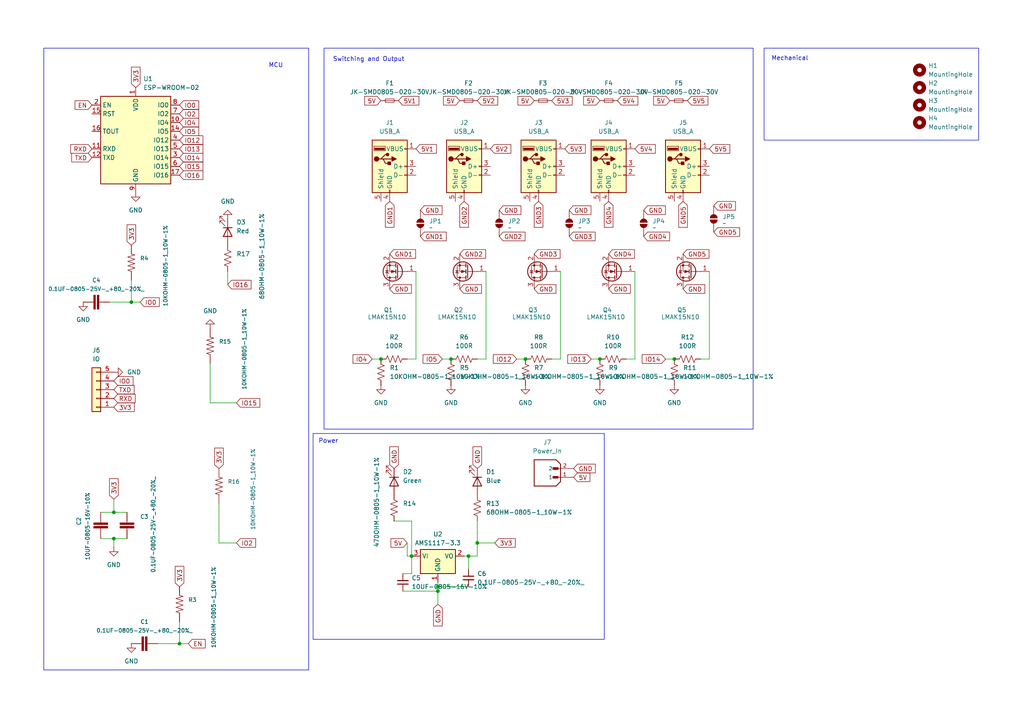
<source format=kicad_sch>
(kicad_sch (version 20231120) (generator "eeschema") (generator_version "8.0")
  (paper "A4")
  (title_block (title "USBPowerBlock") (rev "1.0") (company "monty124") (comment 1 "ESP-WROOM-02 Version"))
  (lib_symbols
    (symbol "B2B-XH-A:B2B-XH-A" (pin_names (offset 1.016))
      (property "Reference" "J" (at -2.54 6.35 0))
      (property "Value" "B2B-XH-A" (at -2.54 -5.08 0))
      (symbol "B2B-XH-A_0_0"
        (pin passive line (at -7.62 2.54 0) (length 5.08) (name "1") (number "1"))
        (pin passive line (at -7.62 0 0) (length 5.08) (name "2") (number "2"))
      )
    )
    (symbol "Connector:USB_A" (pin_names (offset 1.016))
      (property "Reference" "J" (at -5.08 11.43 0))
      (property "Value" "USB_A" (at -5.08 8.89 0))
      (symbol "USB_A_1_1"
        (pin power_in line (at 7.62 5.08 180) (length 2.54) (name "VBUS") (number "1"))
        (pin bidirectional line (at 7.62 -2.54 180) (length 2.54) (name "D-") (number "2"))
        (pin bidirectional line (at 7.62 0 180) (length 2.54) (name "D+") (number "3"))
        (pin power_in line (at 0 -10.16 90) (length 2.54) (name "GND") (number "4"))
        (pin passive line (at -2.54 -10.16 90) (length 2.54) (name "Shield") (number "5"))
      )
    )
    (symbol "Connector_Generic:Conn_01x05" (pin_names (offset 1.016) hide)
      (property "Reference" "J" (at 0 7.62 0))
      (property "Value" "Conn_01x05" (at 0 -7.62 0))
      (symbol "Conn_01x05_1_1"
        (pin passive line (at -5.08 5.08 0) (length 3.81) (name "Pin_1") (number "1"))
        (pin passive line (at -5.08 2.54 0) (length 3.81) (name "Pin_2") (number "2"))
        (pin passive line (at -5.08 0 0) (length 3.81) (name "Pin_3") (number "3"))
        (pin passive line (at -5.08 -2.54 0) (length 3.81) (name "Pin_4") (number "4"))
        (pin passive line (at -5.08 -5.08 0) (length 3.81) (name "Pin_5") (number "5"))
      )
    )
    (symbol "Device:C_Small" (pin_numbers hide) (pin_names (offset 0.254) hide)
      (property "Reference" "C" (at 0.254 1.778 0))
      (property "Value" "C_Small" (at 0.254 -2.032 0))
      (symbol "C_Small_1_1"
        (pin passive line (at 0 2.54 270) (length 2.032) (name "~") (number "1"))
        (pin passive line (at 0 -2.54 90) (length 2.032) (name "~") (number "2"))
      )
    )
    (symbol "Device:Fuse_Small" (pin_numbers hide) (pin_names (offset 0.254) hide)
      (property "Reference" "F" (at 0 -1.524 0))
      (property "Value" "Fuse_Small" (at 0 1.524 0))
      (symbol "Fuse_Small_1_1"
        (pin passive line (at -2.54 0 0) (length 1.27) (name "~") (number "1"))
        (pin passive line (at 2.54 0 180) (length 1.27) (name "~") (number "2"))
      )
    )
    (symbol "Mechanical:MountingHole" (pin_names (offset 1.016)) (exclude_from_sim yes) (in_bom no)
      (property "Reference" "H" (at 0 5.08 0))
      (property "Value" "MountingHole" (at 0 3.175 0))
    )
    (symbol "RF_Module:ESP-WROOM-02"
      (property "Reference" "U" (at -7.62 13.97 0))
      (property "Value" "ESP-WROOM-02" (at 10.16 13.97 0))
      (symbol "ESP-WROOM-02_1_1"
        (pin power_in line (at 0 15.24 270) (length 2.54) (name "VDD") (number "1"))
        (pin bidirectional line (at 12.7 5.08 180) (length 2.54) (name "IO4") (number "10"))
        (pin bidirectional line (at -12.7 -2.54 0) (length 2.54) (name "RXD") (number "11"))
        (pin bidirectional line (at -12.7 -5.08 0) (length 2.54) (name "TXD") (number "12"))
        (pin passive line (at 0 -15.24 90) (length 2.54) hide (name "GND") (number "13"))
        (pin bidirectional line (at 12.7 2.54 180) (length 2.54) (name "IO5") (number "14"))
        (pin input line (at -12.7 7.62 0) (length 2.54) (name "RST") (number "15"))
        (pin input line (at -12.7 2.54 0) (length 2.54) (name "TOUT") (number "16"))
        (pin bidirectional line (at 12.7 -10.16 180) (length 2.54) (name "IO16") (number "17"))
        (pin passive line (at 0 -15.24 90) (length 2.54) hide (name "GND") (number "18"))
        (pin passive line (at 0 -15.24 90) (length 2.54) hide (name "GND") (number "19"))
        (pin input line (at -12.7 10.16 0) (length 2.54) (name "EN") (number "2"))
        (pin bidirectional line (at 12.7 -5.08 180) (length 2.54) (name "IO14") (number "3"))
        (pin bidirectional line (at 12.7 0 180) (length 2.54) (name "IO12") (number "4"))
        (pin bidirectional line (at 12.7 -2.54 180) (length 2.54) (name "IO13") (number "5"))
        (pin bidirectional line (at 12.7 -7.62 180) (length 2.54) (name "IO15") (number "6"))
        (pin bidirectional line (at 12.7 7.62 180) (length 2.54) (name "IO2") (number "7"))
        (pin bidirectional line (at 12.7 10.16 180) (length 2.54) (name "IO0") (number "8"))
        (pin power_in line (at 0 -15.24 90) (length 2.54) (name "GND") (number "9"))
      )
    )
    (symbol "Regulator_Linear:AMS1117-3.3"
      (property "Reference" "U" (at -3.81 3.175 0))
      (property "Value" "AMS1117-3.3" (at 0 3.175 0))
      (symbol "AMS1117-3.3_1_1"
        (pin power_in line (at 0 -7.62 90) (length 2.54) (name "GND") (number "1"))
        (pin power_out line (at 7.62 0 180) (length 2.54) (name "VO") (number "2"))
        (pin power_in line (at -7.62 0 0) (length 2.54) (name "VI") (number "3"))
      )
    )
    (symbol "SparkFun-Capacitors:0.1UF-0603-25V-_+80_-20%_" (pin_numbers hide) (pin_names (offset 1.016) hide)
      (property "Reference" "C" (at 1.524 2.921 0))
      (property "Value" "0.1UF-0603-25V-_+80_-20%_" (at 1.524 -2.159 0))
      (property "Field4" "CAP-00810" (at 0 7.62 0))
      (symbol "0.1UF-0603-25V-_+80_-20%__1_1"
        (pin passive line (at 0 5.08 270) (length 2.54) (name "1") (number "1"))
        (pin passive line (at 0 -2.54 90) (length 2.54) (name "2") (number "2"))
      )
    )
    (symbol "SparkFun-Capacitors:1.0UF-0603-16V-10%" (pin_numbers hide) (pin_names (offset 1.016) hide)
      (property "Reference" "C" (at 1.524 2.921 0))
      (property "Value" "1.0UF-0603-16V-10%" (at 1.524 -2.159 0))
      (property "Field4" "CAP-00868" (at 0 7.62 0))
      (symbol "1.0UF-0603-16V-10%_1_1"
        (pin passive line (at 0 5.08 270) (length 2.54) (name "1") (number "1"))
        (pin passive line (at 0 -2.54 90) (length 2.54) (name "2") (number "2"))
      )
    )
    (symbol "SparkFun-Jumper:SolderJumper_2_Open" (pin_numbers hide) (pin_names (offset 0) hide)
      (property "Reference" "JP" (at 0 2.032 0))
      (property "Value" "~" (at 0 -2.54 0))
      (symbol "SolderJumper_2_Open_1_1"
        (pin passive line (at -3.81 0 0) (length 2.54) (name "A") (number "1"))
        (pin passive line (at 3.81 0 180) (length 2.54) (name "B") (number "2"))
      )
    )
    (symbol "SparkFun-LED:LED_Blue_0603" (pin_numbers hide) (pin_names (offset 1.016) hide)
      (property "Reference" "D" (at 0 2.54 0))
      (property "Value" "Blue" (at 0 -2.54 0))
      (symbol "LED_Blue_0603_1_1"
        (pin passive line (at -3.81 0 0) (length 2.54) (name "K") (number "1"))
        (pin passive line (at 3.81 0 180) (length 2.54) (name "A") (number "2"))
      )
    )
    (symbol "SparkFun-LED:LED_Green_0603" (pin_numbers hide) (pin_names (offset 1.016) hide)
      (property "Reference" "D" (at 0 2.54 0))
      (property "Value" "Green" (at 0 -2.54 0))
      (symbol "LED_Green_0603_1_1"
        (pin passive line (at -3.81 0 0) (length 2.54) (name "K") (number "1"))
        (pin passive line (at 3.81 0 180) (length 2.54) (name "A") (number "2"))
      )
    )
    (symbol "SparkFun-LED:LED_Red_0603" (pin_numbers hide) (pin_names (offset 1.016) hide)
      (property "Reference" "D" (at 0 2.54 0))
      (property "Value" "Red" (at 0 -2.54 0))
      (symbol "LED_Red_0603_1_1"
        (pin passive line (at -3.81 0 0) (length 2.54) (name "K") (number "1"))
        (pin passive line (at 3.81 0 180) (length 2.54) (name "A") (number "2"))
      )
    )
    (symbol "SparkFun-Resistor:1k_0603" (pin_numbers hide) (pin_names (offset 0))
      (property "Reference" "R" (at 2.54 0 90))
      (property "Value" "1k" (at -2.54 0 90))
      (symbol "1k_0603_1_1"
        (pin passive line (at 0 3.81 270) (length 1.27) (name "~") (number "1"))
        (pin passive line (at 0 -3.81 90) (length 1.27) (name "~") (number "2"))
      )
    )
    (symbol "SparkFun-Resistors:200KOHM-0603-1_10W-1%" (pin_numbers hide) (pin_names (offset 1.016) hide)
      (property "Reference" "R" (at -5.08 1.27 0))
      (property "Value" "200KOHM-0603-1_10W-1%" (at -5.08 -3.81 0))
      (property "Field4" "RES-09385" (at 0 5.08 0))
      (symbol "200KOHM-0603-1_10W-1%_1_1"
        (pin passive line (at -5.08 0 0) (length 2.54) (name "1") (number "1"))
        (pin passive line (at 5.08 0 180) (length 2.54) (name "2") (number "2"))
      )
    )
    (symbol "Transistor_FET:IPT015N10N5" (pin_names hide)
      (property "Reference" "Q" (at 5.08 1.905 0))
      (property "Value" "IPT015N10N5" (at 5.08 0 0))
      (symbol "IPT015N10N5_1_1"
        (pin input line (at -5.08 0 0) (length 2.54) (name "G") (number "1"))
        (pin passive line (at 2.54 -5.08 90) (length 2.54) (name "S") (number "2"))
        (pin passive line (at 2.54 5.08 270) (length 2.54) (name "D") (number "3"))
      )
    )
    (symbol "power:GND" (power) (pin_numbers hide) (pin_names (offset 0) hide)
      (property "Value" "GND" (at 0 -3.81 0))
      (symbol "GND_1_1"
        (pin power_in line (at 0 0 270) (length 0) (name "~") (number "1"))
      )
    )
  )
  (junction (at 138.43 157.48))
  (junction (at 127 171.45))
  (junction (at 110.49 104.14))
  (junction (at 33.02 148.59))
  (junction (at 38.1 87.63))
  (junction (at 127 170.18))
  (junction (at 130.81 104.14))
  (junction (at 119.38 161.29))
  (junction (at 52.07 186.69))
  (junction (at 173.99 104.14))
  (junction (at 135.89 161.29))
  (junction (at 195.58 104.14))
  (junction (at 152.4 104.14))
  (junction (at 33.02 156.21))
  (wire (pts (xy 171.45 104.14) (xy 173.99 104.14)))
  (wire (pts (xy 127 170.18) (xy 127 171.45)))
  (wire (pts (xy 134.62 161.29) (xy 135.89 161.29)))
  (wire (pts (xy 66.04 78.74) (xy 66.04 82.55)))
  (wire (pts (xy 33.02 156.21) (xy 36.83 156.21)))
  (wire (pts (xy 127 170.18) (xy 135.89 170.18)))
  (wire (pts (xy 33.02 148.59) (xy 36.83 148.59)))
  (wire (pts (xy 205.74 78.74) (xy 205.74 104.14)))
  (wire (pts (xy 63.5 157.48) (xy 68.58 157.48)))
  (wire (pts (xy 162.56 104.14) (xy 160.02 104.14)))
  (wire (pts (xy 33.02 144.78) (xy 33.02 148.59)))
  (wire (pts (xy 118.11 161.29) (xy 119.38 161.29)))
  (wire (pts (xy 119.38 166.37) (xy 119.38 161.29)))
  (wire (pts (xy 31.75 87.63) (xy 38.1 87.63)))
  (wire (pts (xy 138.43 151.13) (xy 138.43 157.48)))
  (wire (pts (xy 52.07 180.34) (xy 52.07 186.69)))
  (wire (pts (xy 116.84 166.37) (xy 119.38 166.37)))
  (wire (pts (xy 193.04 104.14) (xy 195.58 104.14)))
  (wire (pts (xy 60.96 116.84) (xy 68.58 116.84)))
  (wire (pts (xy 107.95 104.14) (xy 110.49 104.14)))
  (wire (pts (xy 205.74 104.14) (xy 203.2 104.14)))
  (wire (pts (xy 138.43 157.48) (xy 138.43 161.29)))
  (wire (pts (xy 127 168.91) (xy 127 170.18)))
  (wire (pts (xy 38.1 81.28) (xy 38.1 87.63)))
  (wire (pts (xy 118.11 157.48) (xy 118.11 161.29)))
  (wire (pts (xy 116.84 171.45) (xy 127 171.45)))
  (wire (pts (xy 143.51 157.48) (xy 138.43 157.48)))
  (wire (pts (xy 127 171.45) (xy 127 175.26)))
  (wire (pts (xy 45.72 186.69) (xy 52.07 186.69)))
  (wire (pts (xy 140.97 78.74) (xy 140.97 104.14)))
  (wire (pts (xy 128.27 104.14) (xy 130.81 104.14)))
  (wire (pts (xy 33.02 156.21) (xy 33.02 158.75)))
  (wire (pts (xy 29.21 148.59) (xy 33.02 148.59)))
  (wire (pts (xy 63.5 146.05) (xy 63.5 157.48)))
  (wire (pts (xy 149.86 104.14) (xy 152.4 104.14)))
  (wire (pts (xy 184.15 78.74) (xy 184.15 104.14)))
  (wire (pts (xy 52.07 186.69) (xy 54.61 186.69)))
  (wire (pts (xy 120.65 104.14) (xy 118.11 104.14)))
  (wire (pts (xy 38.1 87.63) (xy 40.64 87.63)))
  (wire (pts (xy 135.89 161.29) (xy 135.89 165.1)))
  (wire (pts (xy 29.21 156.21) (xy 33.02 156.21)))
  (wire (pts (xy 120.65 78.74) (xy 120.65 104.14)))
  (wire (pts (xy 184.15 104.14) (xy 181.61 104.14)))
  (wire (pts (xy 60.96 105.41) (xy 60.96 116.84)))
  (wire (pts (xy 162.56 78.74) (xy 162.56 104.14)))
  (wire (pts (xy 140.97 104.14) (xy 138.43 104.14)))
  (wire (pts (xy 135.89 161.29) (xy 138.43 161.29)))
  (wire (pts (xy 119.38 161.29) (xy 120.65 161.29)))
  (wire (pts (xy 119.38 151.13) (xy 119.38 161.29)))
  (wire (pts (xy 114.3 151.13) (xy 119.38 151.13)))
  (rectangle (start 12.7 13.97) (end 89.535 194.31))
  (rectangle (start 93.98 13.97) (end 218.44 124.46))
  (rectangle (start 90.805 125.73) (end 175.26 185.42))
  (rectangle (start 221.615 13.97) (end 283.845 40.64))
  (text "Mechanical" (at 229.108 17.018 0) (effects (font (size 1.27 1.27))))
  (text "Power" (at 95.25 128.016 0) (effects (font (size 1.27 1.27))))
  (text "MCU" (at 80.01 19.05 0) (effects (font (size 1.27 1.27))))
  (text "Switching and Output" (at 106.934 17.272 0) (effects (font (size 1.27 1.27))))
  (global_label "GND" (shape input) (at 165.1 60.96 0) (property "Intersheetrefs" "${INTERSHEET_REFS}" (effects (hide yes))))
  (global_label "5V3" (shape input) (at 160.02 29.21 0) (property "Intersheetrefs" "${INTERSHEET_REFS}" (effects (hide yes))))
  (global_label "EN" (shape input) (at 26.67 30.48 180) (property "Intersheetrefs" "${INTERSHEET_REFS}" (effects (hide yes))))
  (global_label "GND4" (shape input) (at 176.53 58.42 270) (property "Intersheetrefs" "${INTERSHEET_REFS}" (effects (hide yes))))
  (global_label "3V3" (shape input) (at 143.51 157.48 0) (property "Intersheetrefs" "${INTERSHEET_REFS}" (effects (hide yes))))
  (global_label "IO13" (shape input) (at 52.07 43.18 0) (property "Intersheetrefs" "${INTERSHEET_REFS}" (effects (hide yes))))
  (global_label "5V" (shape input) (at 110.49 29.21 180) (property "Intersheetrefs" "${INTERSHEET_REFS}" (effects (hide yes))))
  (global_label "GND4" (shape input) (at 176.53 73.66 0) (property "Intersheetrefs" "${INTERSHEET_REFS}" (effects (hide yes))))
  (global_label "5V1" (shape input) (at 115.57 29.21 0) (property "Intersheetrefs" "${INTERSHEET_REFS}" (effects (hide yes))))
  (global_label "3V3" (shape input) (at 33.02 144.78 90) (property "Intersheetrefs" "${INTERSHEET_REFS}" (effects (hide yes))))
  (global_label "5V" (shape input) (at 133.35 29.21 180) (property "Intersheetrefs" "${INTERSHEET_REFS}" (effects (hide yes))))
  (global_label "5V2" (shape input) (at 138.43 29.21 0) (property "Intersheetrefs" "${INTERSHEET_REFS}" (effects (hide yes))))
  (global_label "GND5" (shape input) (at 207.01 67.31 0) (property "Intersheetrefs" "${INTERSHEET_REFS}" (effects (hide yes))))
  (global_label "5V4" (shape input) (at 184.15 43.18 0) (property "Intersheetrefs" "${INTERSHEET_REFS}" (effects (hide yes))))
  (global_label "GND" (shape input) (at 133.35 83.82 0) (property "Intersheetrefs" "${INTERSHEET_REFS}" (effects (hide yes))))
  (global_label "IO16" (shape input) (at 52.07 50.8 0) (property "Intersheetrefs" "${INTERSHEET_REFS}" (effects (hide yes))))
  (global_label "GND1" (shape input) (at 113.03 58.42 270) (property "Intersheetrefs" "${INTERSHEET_REFS}" (effects (hide yes))))
  (global_label "GND" (shape input) (at 113.03 83.82 0) (property "Intersheetrefs" "${INTERSHEET_REFS}" (effects (hide yes))))
  (global_label "5V" (shape input) (at 154.94 29.21 180) (property "Intersheetrefs" "${INTERSHEET_REFS}" (effects (hide yes))))
  (global_label "IO16" (shape input) (at 66.04 82.55 0) (property "Intersheetrefs" "${INTERSHEET_REFS}" (effects (hide yes))))
  (global_label "3V3" (shape input) (at 39.37 25.4 90) (property "Intersheetrefs" "${INTERSHEET_REFS}" (effects (hide yes))))
  (global_label "GND" (shape input) (at 176.53 83.82 0) (property "Intersheetrefs" "${INTERSHEET_REFS}" (effects (hide yes))))
  (global_label "IO2" (shape input) (at 52.07 33.02 0) (property "Intersheetrefs" "${INTERSHEET_REFS}" (effects (hide yes))))
  (global_label "IO12" (shape input) (at 52.07 40.64 0) (property "Intersheetrefs" "${INTERSHEET_REFS}" (effects (hide yes))))
  (global_label "GND" (shape input) (at 207.01 59.69 0) (property "Intersheetrefs" "${INTERSHEET_REFS}" (effects (hide yes))))
  (global_label "IO5" (shape input) (at 128.27 104.14 180) (property "Intersheetrefs" "${INTERSHEET_REFS}" (effects (hide yes))))
  (global_label "3V3" (shape input) (at 52.07 170.18 90) (property "Intersheetrefs" "${INTERSHEET_REFS}" (effects (hide yes))))
  (global_label "IO4" (shape input) (at 52.07 35.56 0) (property "Intersheetrefs" "${INTERSHEET_REFS}" (effects (hide yes))))
  (global_label "3V3" (shape input) (at 63.5 135.89 90) (property "Intersheetrefs" "${INTERSHEET_REFS}" (effects (hide yes))))
  (global_label "IO14" (shape input) (at 52.07 45.72 0) (property "Intersheetrefs" "${INTERSHEET_REFS}" (effects (hide yes))))
  (global_label "GND1" (shape input) (at 121.92 68.58 0) (property "Intersheetrefs" "${INTERSHEET_REFS}" (effects (hide yes))))
  (global_label "GND" (shape input) (at 121.92 60.96 0) (property "Intersheetrefs" "${INTERSHEET_REFS}" (effects (hide yes))))
  (global_label "EN" (shape input) (at 54.61 186.69 0) (property "Intersheetrefs" "${INTERSHEET_REFS}" (effects (hide yes))))
  (global_label "5V" (shape input) (at 173.99 29.21 180) (property "Intersheetrefs" "${INTERSHEET_REFS}" (effects (hide yes))))
  (global_label "3V3" (shape input) (at 33.02 118.11 0) (property "Intersheetrefs" "${INTERSHEET_REFS}" (effects (hide yes))))
  (global_label "RXD" (shape input) (at 33.02 115.57 0) (property "Intersheetrefs" "${INTERSHEET_REFS}" (effects (hide yes))))
  (global_label "GND2" (shape input) (at 133.35 73.66 0) (property "Intersheetrefs" "${INTERSHEET_REFS}" (effects (hide yes))))
  (global_label "IO0" (shape input) (at 40.64 87.63 0) (property "Intersheetrefs" "${INTERSHEET_REFS}" (effects (hide yes))))
  (global_label "IO4" (shape input) (at 107.95 104.14 180) (property "Intersheetrefs" "${INTERSHEET_REFS}" (effects (hide yes))))
  (global_label "IO13" (shape input) (at 171.45 104.14 180) (property "Intersheetrefs" "${INTERSHEET_REFS}" (effects (hide yes))))
  (global_label "GND" (shape input) (at 186.69 60.96 0) (property "Intersheetrefs" "${INTERSHEET_REFS}" (effects (hide yes))))
  (global_label "GND5" (shape input) (at 198.12 58.42 270) (property "Intersheetrefs" "${INTERSHEET_REFS}" (effects (hide yes))))
  (global_label "5V" (shape input) (at 166.37 138.43 0) (property "Intersheetrefs" "${INTERSHEET_REFS}" (effects (hide yes))))
  (global_label "GND4" (shape input) (at 186.69 68.58 0) (property "Intersheetrefs" "${INTERSHEET_REFS}" (effects (hide yes))))
  (global_label "GND2" (shape input) (at 134.62 58.42 270) (property "Intersheetrefs" "${INTERSHEET_REFS}" (effects (hide yes))))
  (global_label "GND" (shape input) (at 127 175.26 270) (property "Intersheetrefs" "${INTERSHEET_REFS}" (effects (hide yes))))
  (global_label "TXD" (shape input) (at 26.67 45.72 180) (property "Intersheetrefs" "${INTERSHEET_REFS}" (effects (hide yes))))
  (global_label "5V3" (shape input) (at 163.83 43.18 0) (property "Intersheetrefs" "${INTERSHEET_REFS}" (effects (hide yes))))
  (global_label "TXD" (shape input) (at 33.02 113.03 0) (property "Intersheetrefs" "${INTERSHEET_REFS}" (effects (hide yes))))
  (global_label "IO12" (shape input) (at 149.86 104.14 180) (property "Intersheetrefs" "${INTERSHEET_REFS}" (effects (hide yes))))
  (global_label "5V5" (shape input) (at 205.74 43.18 0) (property "Intersheetrefs" "${INTERSHEET_REFS}" (effects (hide yes))))
  (global_label "IO14" (shape input) (at 193.04 104.14 180) (property "Intersheetrefs" "${INTERSHEET_REFS}" (effects (hide yes))))
  (global_label "GND" (shape input) (at 154.94 83.82 0) (property "Intersheetrefs" "${INTERSHEET_REFS}" (effects (hide yes))))
  (global_label "GND5" (shape input) (at 198.12 73.66 0) (property "Intersheetrefs" "${INTERSHEET_REFS}" (effects (hide yes))))
  (global_label "IO15" (shape input) (at 52.07 48.26 0) (property "Intersheetrefs" "${INTERSHEET_REFS}" (effects (hide yes))))
  (global_label "IO0" (shape input) (at 52.07 30.48 0) (property "Intersheetrefs" "${INTERSHEET_REFS}" (effects (hide yes))))
  (global_label "GND" (shape input) (at 166.37 135.89 0) (property "Intersheetrefs" "${INTERSHEET_REFS}" (effects (hide yes))))
  (global_label "5V4" (shape input) (at 179.07 29.21 0) (property "Intersheetrefs" "${INTERSHEET_REFS}" (effects (hide yes))))
  (global_label "5V1" (shape input) (at 120.65 43.18 0) (property "Intersheetrefs" "${INTERSHEET_REFS}" (effects (hide yes))))
  (global_label "IO5" (shape input) (at 52.07 38.1 0) (property "Intersheetrefs" "${INTERSHEET_REFS}" (effects (hide yes))))
  (global_label "GND3" (shape input) (at 156.21 58.42 270) (property "Intersheetrefs" "${INTERSHEET_REFS}" (effects (hide yes))))
  (global_label "IO0" (shape input) (at 33.02 110.49 0) (property "Intersheetrefs" "${INTERSHEET_REFS}" (effects (hide yes))))
  (global_label "GND" (shape input) (at 138.43 135.89 90) (property "Intersheetrefs" "${INTERSHEET_REFS}" (effects (hide yes))))
  (global_label "GND" (shape input) (at 198.12 83.82 0) (property "Intersheetrefs" "${INTERSHEET_REFS}" (effects (hide yes))))
  (global_label "IO2" (shape input) (at 68.58 157.48 0) (property "Intersheetrefs" "${INTERSHEET_REFS}" (effects (hide yes))))
  (global_label "GND" (shape input) (at 144.78 60.96 0) (property "Intersheetrefs" "${INTERSHEET_REFS}" (effects (hide yes))))
  (global_label "5V" (shape input) (at 194.31 29.21 180) (property "Intersheetrefs" "${INTERSHEET_REFS}" (effects (hide yes))))
  (global_label "GND1" (shape input) (at 113.03 73.66 0) (property "Intersheetrefs" "${INTERSHEET_REFS}" (effects (hide yes))))
  (global_label "5V5" (shape input) (at 199.39 29.21 0) (property "Intersheetrefs" "${INTERSHEET_REFS}" (effects (hide yes))))
  (global_label "3V3" (shape input) (at 38.1 71.12 90) (property "Intersheetrefs" "${INTERSHEET_REFS}" (effects (hide yes))))
  (global_label "5V2" (shape input) (at 142.24 43.18 0) (property "Intersheetrefs" "${INTERSHEET_REFS}" (effects (hide yes))))
  (global_label "GND" (shape input) (at 114.3 135.89 90) (property "Intersheetrefs" "${INTERSHEET_REFS}" (effects (hide yes))))
  (global_label "5V" (shape input) (at 118.11 157.48 180) (property "Intersheetrefs" "${INTERSHEET_REFS}" (effects (hide yes))))
  (global_label "GND3" (shape input) (at 165.1 68.58 0) (property "Intersheetrefs" "${INTERSHEET_REFS}" (effects (hide yes))))
  (global_label "IO15" (shape input) (at 68.58 116.84 0) (property "Intersheetrefs" "${INTERSHEET_REFS}" (effects (hide yes))))
  (global_label "GND3" (shape input) (at 154.94 73.66 0) (property "Intersheetrefs" "${INTERSHEET_REFS}" (effects (hide yes))))
  (global_label "RXD" (shape input) (at 26.67 43.18 180) (property "Intersheetrefs" "${INTERSHEET_REFS}" (effects (hide yes))))
  (global_label "GND2" (shape input) (at 144.78 68.58 0) (property "Intersheetrefs" "${INTERSHEET_REFS}" (effects (hide yes))))
  (symbol (lib_id "Mechanical:MountingHole") (at 266.7 35.56 0) (unit 1) (exclude_from_sim yes) (in_bom no)
    (property "Reference" "H4" (at 269.24 34.2899 0) (effects (justify left)))
    (property "Value" "MountingHole" (at 269.24 36.8299 0) (effects (justify left)))
    (property "Footprint" "MountingHole:MountingHole_3.2mm_M3" (effects (hide yes)))
    (property "Description" "Mounting Hole without connection" (effects (hide yes)))
  )
  (symbol (lib_id "Transistor_FET:IPT015N10N5") (at 115.57 78.74 180) (unit 1)
    (property "Reference" "Q1" (at 114.046 89.916 0) (effects (justify left)))
    (property "Value" "LMAK15N10" (at 117.856 91.948 0) (effects (justify left)))
    (property "Footprint" "Package_TO_SOT_SMD:TO-252-2" (effects (hide yes)))
    (property "Datasheet" "https://www.lcsc.com/datasheet/lcsc_datasheet_2504180925_VBsemi-Elec-ME15N10-VB_C710010.pdf" (effects (hide yes)))
    (property "Product_Link" "https://www.lcsc.com/product-detail/C710010.html" (effects (hide yes)))
  )
  (symbol (lib_id "Connector_Generic:Conn_01x05") (at 27.94 113.03 180) (unit 1)
    (property "Reference" "J6" (at 27.94 101.6 0))
    (property "Value" "IO" (at 27.94 104.14 0))
    (property "Footprint" "Connector_PinHeader_1.27mm:PinHeader_1x05_P1.27mm_Vertical" (effects (hide yes)))
    (property "Description" "Generic connector, single row, 01x05, script generated (kicad-library-utils/schlib/autogen/connector/)" (effects (hide yes)))
  )
  (symbol (lib_id "Mechanical:MountingHole") (at 266.7 20.32 0) (unit 1) (exclude_from_sim yes) (in_bom no)
    (property "Reference" "H1" (at 269.24 19.0499 0) (effects (justify left)))
    (property "Value" "MountingHole" (at 269.24 21.5899 0) (effects (justify left)))
    (property "Footprint" "MountingHole:MountingHole_3.2mm_M3" (effects (hide yes)))
    (property "Description" "Mounting Hole without connection" (effects (hide yes)))
  )
  (symbol (lib_id "SparkFun-Capacitors:0.1UF-0603-25V-_+80_-20%_") (at 36.83 153.67 0) (unit 1)
    (property "Reference" "C3" (at 40.64 149.86 0) (effects (font (size 1.143 1.143)) (justify left)))
    (property "Value" "0.1UF-0805-25V-_+80_-20%_" (at 44.45 166.116 90) (effects (font (size 1.143 1.143)) (justify left)))
    (property "Footprint" "Capacitor_SMD:C_0805_2012Metric_Pad1.18x1.45mm_HandSolder" (effects (hide yes)))
    (property "Datasheet" "https://www.lcsc.com/datasheet/lcsc_datasheet_2304140030_TORCH-CT41G-0805-2X1-50V-0-1-F-K-N_C126469.pdf" (effects (hide yes)))
    (property "Product_Link" "https://www.lcsc.com/product-detail/C126469.html" (effects (hide yes)))
  )
  (symbol (lib_id "Device:C_Small") (at 116.84 168.91 180) (unit 1)
    (property "Reference" "C5" (at 119.38 167.6336 0) (effects (justify right)))
    (property "Value" "10UF-0805-16V-10%" (at 119.38 170.1736 0) (effects (justify right)))
    (property "Footprint" "Capacitor_SMD:C_0805_2012Metric_Pad1.18x1.45mm_HandSolder" (effects (hide yes)))
    (property "Datasheet" "https://www.lcsc.com/datasheet/lcsc_datasheet_2409292003_Vishay-Intertech-VJ0805G106KXYTW1BC_C5334346.pdf" (effects (hide yes)))
    (property "Product_Link" "https://www.lcsc.com/product-detail/C5334346.html" (effects (hide yes)))
  )
  (symbol (lib_id "power:GND") (at 24.13 87.63 0) (unit 1)
    (property "Reference" "#PWR04" (effects (hide yes)))
    (property "Value" "GND" (at 24.13 92.71 0))
  )
  (symbol (lib_id "power:GND") (at 152.4 111.76 0) (unit 1)
    (property "Reference" "#PWR07" (effects (hide yes)))
    (property "Value" "GND" (at 152.4 116.84 0))
    (property "Description" "Power symbol creates a global label with name \"GND\" , ground" (effects (hide yes)))
  )
  (symbol (lib_id "SparkFun-Resistor:1k_0603") (at 114.3 147.32 180) (unit 1)
    (property "Reference" "R14" (at 116.84 146.0499 0) (effects (justify right)))
    (property "Value" "470OHM-0805-1_10W-1%" (at 109.22 158.75 90) (effects (justify right)))
    (property "Footprint" "Resistor_SMD:R_0805_2012Metric_Pad1.20x1.40mm_HandSolder" (effects (hide yes)))
    (property "Datasheet" "https://www.lcsc.com/datasheet/lcsc_datasheet_2410121912_TyoHM-RMC080510K5-N_C269724.pdf" (effects (hide yes)))
    (property "Description" "Resistor" (effects (hide yes)))
    (property "Product_Link" "https://www.lcsc.com/product-detail/C269724.html" (effects (hide yes)))
  )
  (symbol (lib_id "Regulator_Linear:AMS1117-3.3") (at 127 161.29 0) (unit 1)
    (property "Reference" "U2" (at 127 154.94 0))
    (property "Value" "AMS1117-3.3" (at 127 157.48 0))
    (property "Footprint" "Package_TO_SOT_SMD:SOT-223-3_TabPin2" (effects (hide yes)))
    (property "Datasheet" "http://www.advanced-monolithic.com/pdf/ds1117.pdf" (effects (hide yes)))
    (property "Product_Link" "https://www.lcsc.com/product-detail/C2992570.html" (effects (hide yes)))
  )
  (symbol (lib_id "SparkFun-Jumper:SolderJumper_2_Open") (at 121.92 64.77 90) (unit 1)
    (property "Reference" "JP1" (at 124.46 64.1349 90) (effects (justify right)))
    (property "Value" "~" (at 124.46 66.04 90) (effects (justify right)))
    (property "Footprint" "Symbols:SMT-JUMPER_2_NO_SILK" (effects (hide yes)))
    (property "Description" "Solder Jumper, 2-pole, open" (effects (hide yes)))
  )
  (symbol (lib_id "SparkFun-Capacitors:0.1UF-0603-25V-_+80_-20%_") (at 26.67 87.63 270) (unit 1)
    (property "Reference" "C4" (at 27.94 81.28 90) (effects (font (size 1.143 1.143))))
    (property "Value" "0.1UF-0805-25V-_+80_-20%_" (at 27.94 83.82 90) (effects (font (size 1.143 1.143))))
    (property "Footprint" "Capacitor_SMD:C_0805_2012Metric_Pad1.18x1.45mm_HandSolder" (effects (hide yes)))
    (property "Datasheet" "https://www.lcsc.com/datasheet/lcsc_datasheet_2304140030_TORCH-CT41G-0805-2X1-50V-0-1-F-K-N_C126469.pdf" (effects (hide yes)))
    (property "Product_Link" "https://www.lcsc.com/product-detail/C126469.html" (effects (hide yes)))
  )
  (symbol (lib_id "Mechanical:MountingHole") (at 266.7 30.48 0) (unit 1) (exclude_from_sim yes) (in_bom no)
    (property "Reference" "H3" (at 269.24 29.2099 0) (effects (justify left)))
    (property "Value" "MountingHole" (at 269.24 31.7499 0) (effects (justify left)))
    (property "Footprint" "MountingHole:MountingHole_3.2mm_M3" (effects (hide yes)))
    (property "Description" "Mounting Hole without connection" (effects (hide yes)))
  )
  (symbol (lib_id "SparkFun-Jumper:SolderJumper_2_Open") (at 186.69 64.77 90) (unit 1)
    (property "Reference" "JP4" (at 189.23 64.1349 90) (effects (justify right)))
    (property "Value" "~" (at 189.23 66.04 90) (effects (justify right)))
    (property "Footprint" "Symbols:SMT-JUMPER_2_NO_SILK" (effects (hide yes)))
    (property "Description" "Solder Jumper, 2-pole, open" (effects (hide yes)))
  )
  (symbol (lib_id "SparkFun-Resistor:1k_0603") (at 110.49 107.95 180) (unit 1)
    (property "Reference" "R1" (at 113.03 106.6799 0) (effects (justify right)))
    (property "Value" "10KOHM-0805-1_10W-1%" (at 113.03 109.2199 0) (effects (justify right)))
    (property "Footprint" "Resistor_SMD:R_0805_2012Metric_Pad1.20x1.40mm_HandSolder" (effects (hide yes)))
    (property "Datasheet" "https://www.lcsc.com/datasheet/lcsc_datasheet_2410121912_TyoHM-RMC080510K5-N_C269724.pdf" (effects (hide yes)))
    (property "Description" "Resistor" (effects (hide yes)))
    (property "Product_Link" "https://www.lcsc.com/product-detail/C269724.html" (effects (hide yes)))
  )
  (symbol (lib_id "Connector:USB_A") (at 134.62 48.26 0) (unit 1)
    (property "Reference" "J2" (at 134.62 35.56 0))
    (property "Value" "USB_A" (at 134.62 38.1 0))
    (property "Footprint" "Symbols:USB_11_Aliexpress" (effects (hide yes)))
    (property "Description" "USB Type A connector" (effects (hide yes)))
    (property "Product_Link" "https://www.aliexpress.com/item/1005005865561469.html or https://www.lcsc.com/product-detail/C456015.html" (effects (hide yes)))
  )
  (symbol (lib_id "Device:Fuse_Small") (at 135.89 29.21 0) (unit 1)
    (property "Reference" "F2" (at 135.89 24.13 0))
    (property "Value" "JK-SMD0805-020-30V" (at 135.89 26.67 0))
    (property "Footprint" "Fuse:Fuse_0805_2012Metric_Pad1.15x1.40mm_HandSolder" (effects (hide yes)))
    (property "Datasheet" "https://www.lcsc.com/datasheet/lcsc_datasheet_2007081813_Jinrui-Electronic-Materials-Co--JK-SMD0805-020-30V_C516070.pdf" (effects (hide yes)))
    (property "Description" "Fuse, small symbol" (effects (hide yes)))
    (property "Product_Link" "https://www.lcsc.com/product-detail/C516070.html" (effects (hide yes)))
  )
  (symbol (lib_id "RF_Module:ESP-WROOM-02") (at 39.37 40.64 0) (unit 1)
    (property "Reference" "U1" (at 41.5641 22.86 0) (effects (justify left)))
    (property "Value" "ESP-WROOM-02" (at 41.5641 25.4 0) (effects (justify left)))
    (property "Footprint" "Symbols:ESP-WROOM-02-Flexy" (effects (hide yes)))
    (property "Datasheet" "https://www.espressif.com/sites/default/files/documentation/0c-esp-wroom-02_datasheet_en.pdf" (effects (hide yes)))
    (property "Description" "Wi-Fi Module, ESP8266EX SoC, 32-bit, 802.11b/g/n, WPA/WPA2, 2.7-3.6V, SMD" (effects (hide yes)))
    (property "Product_Link" "https://www.lcsc.com/product-detail/C529584.html" (effects (hide yes)))
  )
  (symbol (lib_id "SparkFun-Resistor:1k_0603") (at 152.4 107.95 180) (unit 1)
    (property "Reference" "R7" (at 154.94 106.6799 0) (effects (justify right)))
    (property "Value" "10KOHM-0805-1_10W-1%" (at 154.94 109.2199 0) (effects (justify right)))
    (property "Footprint" "Resistor_SMD:R_0805_2012Metric_Pad1.20x1.40mm_HandSolder" (effects (hide yes)))
    (property "Datasheet" "https://www.lcsc.com/datasheet/lcsc_datasheet_2410121912_TyoHM-RMC080510K5-N_C269724.pdf" (effects (hide yes)))
    (property "Description" "Resistor" (effects (hide yes)))
    (property "Product_Link" "https://www.lcsc.com/product-detail/C269724.html" (effects (hide yes)))
  )
  (symbol (lib_id "power:GND") (at 110.49 111.76 0) (unit 1)
    (property "Reference" "#PWR01" (effects (hide yes)))
    (property "Value" "GND" (at 110.49 116.84 0))
    (property "Description" "Power symbol creates a global label with name \"GND\" , ground" (effects (hide yes)))
  )
  (symbol (lib_id "Device:Fuse_Small") (at 157.48 29.21 0) (unit 1)
    (property "Reference" "F3" (at 157.48 24.13 0))
    (property "Value" "JK-SMD0805-020-30V" (at 157.48 26.67 0))
    (property "Footprint" "Fuse:Fuse_0805_2012Metric_Pad1.15x1.40mm_HandSolder" (effects (hide yes)))
    (property "Datasheet" "https://www.lcsc.com/datasheet/lcsc_datasheet_2007081813_Jinrui-Electronic-Materials-Co--JK-SMD0805-020-30V_C516070.pdf" (effects (hide yes)))
    (property "Description" "Fuse, small symbol" (effects (hide yes)))
    (property "Product_Link" "https://www.lcsc.com/product-detail/C516070.html" (effects (hide yes)))
  )
  (symbol (lib_id "SparkFun-Resistor:1k_0603") (at 177.8 104.14 90) (unit 1)
    (property "Reference" "R10" (at 177.8 97.79 90))
    (property "Value" "100R" (at 177.8 100.33 90))
    (property "Footprint" "Resistor_SMD:R_0805_2012Metric_Pad1.20x1.40mm_HandSolder" (effects (hide yes)))
    (property "Datasheet" "https://www.lcsc.com/datasheet/lcsc_datasheet_2411221126_UNI-ROYAL-Uniroyal-Elec-0805W8F1000T5E_C17408.pdf" (effects (hide yes)))
    (property "Description" "Resistor" (effects (hide yes)))
    (property "Product_Link" "https://www.lcsc.com/product-detail/C17408.html" (effects (hide yes)))
  )
  (symbol (lib_id "Transistor_FET:IPT015N10N5") (at 179.07 78.74 180) (unit 1)
    (property "Reference" "Q4" (at 177.546 89.916 0) (effects (justify left)))
    (property "Value" "LMAK15N10" (at 181.356 91.948 0) (effects (justify left)))
    (property "Footprint" "Package_TO_SOT_SMD:TO-252-2" (effects (hide yes)))
    (property "Datasheet" "https://www.lcsc.com/datasheet/lcsc_datasheet_2504180925_VBsemi-Elec-ME15N10-VB_C710010.pdf" (effects (hide yes)))
    (property "Product_Link" "https://www.lcsc.com/product-detail/C710010.html" (effects (hide yes)))
  )
  (symbol (lib_id "power:GND") (at 173.99 111.76 0) (unit 1)
    (property "Reference" "#PWR08" (effects (hide yes)))
    (property "Value" "GND" (at 173.99 116.84 0))
    (property "Description" "Power symbol creates a global label with name \"GND\" , ground" (effects (hide yes)))
  )
  (symbol (lib_id "SparkFun-Resistor:1k_0603") (at 173.99 107.95 180) (unit 1)
    (property "Reference" "R9" (at 176.53 106.6799 0) (effects (justify right)))
    (property "Value" "10KOHM-0805-1_10W-1%" (at 176.53 109.2199 0) (effects (justify right)))
    (property "Footprint" "Resistor_SMD:R_0805_2012Metric_Pad1.20x1.40mm_HandSolder" (effects (hide yes)))
    (property "Datasheet" "https://www.lcsc.com/datasheet/lcsc_datasheet_2410121912_TyoHM-RMC080510K5-N_C269724.pdf" (effects (hide yes)))
    (property "Description" "Resistor" (effects (hide yes)))
    (property "Product_Link" "https://www.lcsc.com/product-detail/C269724.html" (effects (hide yes)))
  )
  (symbol (lib_id "SparkFun-Capacitors:0.1UF-0603-25V-_+80_-20%_") (at 40.64 186.69 270) (unit 1)
    (property "Reference" "C1" (at 41.91 180.34 90) (effects (font (size 1.143 1.143))))
    (property "Value" "0.1UF-0805-25V-_+80_-20%_" (at 41.91 182.88 90) (effects (font (size 1.143 1.143))))
    (property "Footprint" "Capacitor_SMD:C_0805_2012Metric_Pad1.18x1.45mm_HandSolder" (effects (hide yes)))
    (property "Datasheet" "https://www.lcsc.com/datasheet/lcsc_datasheet_2304140030_TORCH-CT41G-0805-2X1-50V-0-1-F-K-N_C126469.pdf" (effects (hide yes)))
    (property "Product_Link" "https://www.lcsc.com/product-detail/C126469.html" (effects (hide yes)))
  )
  (symbol (lib_id "SparkFun-Jumper:SolderJumper_2_Open") (at 144.78 64.77 90) (unit 1)
    (property "Reference" "JP2" (at 147.32 64.1349 90) (effects (justify right)))
    (property "Value" "~" (at 147.32 66.04 90) (effects (justify right)))
    (property "Footprint" "Symbols:SMT-JUMPER_2_NO_SILK" (effects (hide yes)))
    (property "Description" "Solder Jumper, 2-pole, open" (effects (hide yes)))
  )
  (symbol (lib_id "SparkFun-Resistors:200KOHM-0603-1_10W-1%") (at 60.96 100.33 90) (unit 1)
    (property "Reference" "R15" (at 63.5 99.06 90) (effects (font (size 1.143 1.143)) (justify right)))
    (property "Value" "10KOHM-0805-1_10W-1%" (at 70.866 89.408 0) (effects (font (size 1.143 1.143)) (justify right)))
    (property "Footprint" "Resistor_SMD:R_0805_2012Metric_Pad1.20x1.40mm_HandSolder" (effects (hide yes)))
    (property "Datasheet" "https://www.lcsc.com/datasheet/lcsc_datasheet_2410121912_TyoHM-RMC080510K5-N_C269724.pdf" (effects (hide yes)))
    (property "Product_Link" "https://www.lcsc.com/product-detail/C269724.html" (effects (hide yes)))
  )
  (symbol (lib_id "SparkFun-LED:LED_Blue_0603") (at 138.43 139.7 270) (unit 1)
    (property "Reference" "D1" (at 140.97 136.8424 90) (effects (justify left)))
    (property "Value" "Blue" (at 140.97 139.3824 90) (effects (justify left)))
    (property "Footprint" "LED_SMD:LED_0805_2012Metric_Pad1.15x1.40mm_HandSolder" (effects (hide yes)))
    (property "Datasheet" "https://wmsc.lcsc.com/wmsc/upload/file/pdf/v2/lcsc/2208221800_TCWIN-TC0805GF01-1CSA_C5137315.pdf" (effects (hide yes)))
    (property "Description" "Light emitting diode" (effects (hide yes)))
    (property "PROD_ID" "DIO-08575" (effects (hide yes)))
    (property "Product_Link" "https://lcsc.com/product-detail/C5137315.html" (effects (hide yes)))
  )
  (symbol (lib_id "SparkFun-Resistor:1k_0603") (at 195.58 107.95 180) (unit 1)
    (property "Reference" "R11" (at 198.12 106.6799 0) (effects (justify right)))
    (property "Value" "10KOHM-0805-1_10W-1%" (at 198.12 109.2199 0) (effects (justify right)))
    (property "Footprint" "Resistor_SMD:R_0805_2012Metric_Pad1.20x1.40mm_HandSolder" (effects (hide yes)))
    (property "Datasheet" "https://www.lcsc.com/datasheet/lcsc_datasheet_2410121912_TyoHM-RMC080510K5-N_C269724.pdf" (effects (hide yes)))
    (property "Description" "Resistor" (effects (hide yes)))
    (property "Product_Link" "https://www.lcsc.com/product-detail/C269724.html" (effects (hide yes)))
  )
  (symbol (lib_id "SparkFun-Resistors:200KOHM-0603-1_10W-1%") (at 63.5 140.97 90) (unit 1)
    (property "Reference" "R16" (at 66.04 139.7 90) (effects (font (size 1.143 1.143)) (justify right)))
    (property "Value" "10KOHM-0805-1_10W-1%" (at 73.406 130.048 0) (effects (font (size 1.143 1.143)) (justify right)))
    (property "Footprint" "Resistor_SMD:R_0805_2012Metric_Pad1.20x1.40mm_HandSolder" (effects (hide yes)))
    (property "Datasheet" "https://www.lcsc.com/datasheet/lcsc_datasheet_2410121912_TyoHM-RMC080510K5-N_C269724.pdf" (effects (hide yes)))
    (property "Product_Link" "https://www.lcsc.com/product-detail/C269724.html" (effects (hide yes)))
  )
  (symbol (lib_id "SparkFun-LED:LED_Green_0603") (at 114.3 139.7 270) (unit 1)
    (property "Reference" "D2" (at 116.84 136.8424 90) (effects (justify left)))
    (property "Value" "Green" (at 116.84 139.3824 90) (effects (justify left)))
    (property "Footprint" "LED_SMD:LED_0805_2012Metric_Pad1.15x1.40mm_HandSolder" (effects (hide yes)))
    (property "Datasheet" "https://wmsc.lcsc.com/wmsc/upload/file/pdf/v2/lcsc/2410121920_Lite-On-LTST-C170KGKT_C98221.pdf" (effects (hide yes)))
    (property "Description" "Light emitting diode" (effects (hide yes)))
    (property "PROD_ID" "DIO-00821" (effects (hide yes)))
    (property "Product_Link" "https://lcsc.com/product-detail/C5137315.html" (effects (hide yes)))
  )
  (symbol (lib_id "power:GND") (at 195.58 111.76 0) (unit 1)
    (property "Reference" "#PWR09" (effects (hide yes)))
    (property "Value" "GND" (at 195.58 116.84 0))
    (property "Description" "Power symbol creates a global label with name \"GND\" , ground" (effects (hide yes)))
  )
  (symbol (lib_id "Connector:USB_A") (at 198.12 48.26 0) (unit 1)
    (property "Reference" "J5" (at 198.12 35.56 0))
    (property "Value" "USB_A" (at 198.12 38.1 0))
    (property "Footprint" "Symbols:USB_11_Aliexpress" (effects (hide yes)))
    (property "Description" "USB Type A connector" (effects (hide yes)))
    (property "Product_Link" "https://www.aliexpress.com/item/1005005865561469.html or https://www.lcsc.com/product-detail/C456015.html" (effects (hide yes)))
  )
  (symbol (lib_id "SparkFun-Resistor:1k_0603") (at 66.04 74.93 180) (unit 1)
    (property "Reference" "R17" (at 68.58 73.6599 0) (effects (justify right)))
    (property "Value" "68OHM-0805-1_10W-1%" (at 75.946 86.868 90) (effects (justify right)))
    (property "Footprint" "Resistor_SMD:R_0805_2012Metric_Pad1.20x1.40mm_HandSolder" (effects (hide yes)))
    (property "Datasheet" "https://www.lcsc.com/datasheet/lcsc_datasheet_2410121912_TyoHM-RMC080510K5-N_C269724.pdf" (effects (hide yes)))
    (property "Description" "Resistor" (effects (hide yes)))
    (property "Product_Link" "https://www.lcsc.com/product-detail/C269724.html" (effects (hide yes)))
  )
  (symbol (lib_id "power:GND") (at 33.02 158.75 0) (unit 1)
    (property "Reference" "#PWR03" (effects (hide yes)))
    (property "Value" "GND" (at 33.02 163.83 0))
  )
  (symbol (lib_id "Connector:USB_A") (at 113.03 48.26 0) (unit 1)
    (property "Reference" "J1" (at 113.03 35.56 0))
    (property "Value" "USB_A" (at 113.03 38.1 0))
    (property "Footprint" "Symbols:USB_11_Aliexpress" (effects (hide yes)))
    (property "Description" "USB Type A connector" (effects (hide yes)))
    (property "Product_Link" "https://www.aliexpress.com/item/1005005865561469.html or https://www.lcsc.com/product-detail/C456015.html" (effects (hide yes)))
  )
  (symbol (lib_id "SparkFun-LED:LED_Red_0603") (at 66.04 67.31 270) (unit 1)
    (property "Reference" "D3" (at 68.58 64.4524 90) (effects (justify left)))
    (property "Value" "Red" (at 68.58 66.9924 90) (effects (justify left)))
    (property "Footprint" "LED_SMD:LED_0805_2012Metric_Pad1.15x1.40mm_HandSolder" (effects (hide yes)))
    (property "Datasheet" "https://wmsc.lcsc.com/wmsc/upload/file/pdf/v2/lcsc/2504101957_XINGLIGHT-XL-2012SURC_C965812.pdf" (effects (hide yes)))
    (property "Description" "Light emitting diode" (effects (hide yes)))
    (property "PROD_ID" "DIO-17976" (effects (hide yes)))
    (property "Product_Link" "https://lcsc.com/product-detail/C5137315.html" (effects (hide yes)))
  )
  (symbol (lib_id "SparkFun-Resistor:1k_0603") (at 156.21 104.14 90) (unit 1)
    (property "Reference" "R8" (at 156.21 97.79 90))
    (property "Value" "100R" (at 156.21 100.33 90))
    (property "Footprint" "Resistor_SMD:R_0805_2012Metric_Pad1.20x1.40mm_HandSolder" (effects (hide yes)))
    (property "Datasheet" "https://www.lcsc.com/datasheet/lcsc_datasheet_2411221126_UNI-ROYAL-Uniroyal-Elec-0805W8F1000T5E_C17408.pdf" (effects (hide yes)))
    (property "Description" "Resistor" (effects (hide yes)))
    (property "Product_Link" "https://www.lcsc.com/product-detail/C17408.html" (effects (hide yes)))
  )
  (symbol (lib_id "Device:Fuse_Small") (at 196.85 29.21 0) (unit 1)
    (property "Reference" "F5" (at 196.85 24.13 0))
    (property "Value" "JK-SMD0805-020-30V" (at 196.85 26.67 0))
    (property "Footprint" "Fuse:Fuse_0805_2012Metric_Pad1.15x1.40mm_HandSolder" (effects (hide yes)))
    (property "Datasheet" "https://www.lcsc.com/datasheet/lcsc_datasheet_2007081813_Jinrui-Electronic-Materials-Co--JK-SMD0805-020-30V_C516070.pdf" (effects (hide yes)))
    (property "Description" "Fuse, small symbol" (effects (hide yes)))
    (property "Product_Link" "https://www.lcsc.com/product-detail/C516070.html" (effects (hide yes)))
  )
  (symbol (lib_id "power:GND") (at 33.02 107.95 90) (unit 1)
    (property "Reference" "#PWR010" (effects (hide yes)))
    (property "Value" "GND" (at 36.83 107.9499 90) (effects (justify right)))
  )
  (symbol (lib_id "SparkFun-Resistor:1k_0603") (at 199.39 104.14 90) (unit 1)
    (property "Reference" "R12" (at 199.39 97.79 90))
    (property "Value" "100R" (at 199.39 100.33 90))
    (property "Footprint" "Resistor_SMD:R_0805_2012Metric_Pad1.20x1.40mm_HandSolder" (effects (hide yes)))
    (property "Datasheet" "https://www.lcsc.com/datasheet/lcsc_datasheet_2411221126_UNI-ROYAL-Uniroyal-Elec-0805W8F1000T5E_C17408.pdf" (effects (hide yes)))
    (property "Description" "Resistor" (effects (hide yes)))
    (property "Product_Link" "https://www.lcsc.com/product-detail/C17408.html" (effects (hide yes)))
  )
  (symbol (lib_id "SparkFun-Resistor:1k_0603") (at 114.3 104.14 90) (unit 1)
    (property "Reference" "R2" (at 114.3 97.79 90))
    (property "Value" "100R" (at 114.3 100.33 90))
    (property "Footprint" "Resistor_SMD:R_0805_2012Metric_Pad1.20x1.40mm_HandSolder" (effects (hide yes)))
    (property "Datasheet" "https://www.lcsc.com/datasheet/lcsc_datasheet_2411221126_UNI-ROYAL-Uniroyal-Elec-0805W8F1000T5E_C17408.pdf" (effects (hide yes)))
    (property "Description" "Resistor" (effects (hide yes)))
    (property "Product_Link" "https://www.lcsc.com/product-detail/C17408.html" (effects (hide yes)))
  )
  (symbol (lib_id "power:GND") (at 66.04 63.5 180) (unit 1)
    (property "Reference" "#PWR012" (effects (hide yes)))
    (property "Value" "GND" (at 66.04 58.42 0))
  )
  (symbol (lib_id "SparkFun-Resistors:200KOHM-0603-1_10W-1%") (at 38.1 76.2 90) (unit 1)
    (property "Reference" "R4" (at 40.64 74.93 90) (effects (font (size 1.143 1.143)) (justify right)))
    (property "Value" "10KOHM-0805-1_10W-1%" (at 48.006 65.278 0) (effects (font (size 1.143 1.143)) (justify right)))
    (property "Footprint" "Resistor_SMD:R_0805_2012Metric_Pad1.20x1.40mm_HandSolder" (effects (hide yes)))
    (property "Datasheet" "https://www.lcsc.com/datasheet/lcsc_datasheet_2410121912_TyoHM-RMC080510K5-N_C269724.pdf" (effects (hide yes)))
    (property "Product_Link" "https://www.lcsc.com/product-detail/C269724.html" (effects (hide yes)))
  )
  (symbol (lib_id "B2B-XH-A:B2B-XH-A") (at 158.75 135.89 180) (unit 1)
    (property "Reference" "J7" (at 158.75 128.27 0))
    (property "Value" "Power_In" (at 158.75 130.81 0))
    (property "Footprint" "Symbols:JST_B2B-XH-A" (effects (hide yes)))
    (property "Description" "DC Barrel Jack" (effects (hide yes)))
    (property "PARTREV" "N/A" (effects (hide yes)))
    (property "STANDARD" "Manufacturer Recommendations" (effects (hide yes)))
    (property "MAXIMUM_PACKAGE_HEIGHT" "7 mm" (effects (hide yes)))
    (property "MANUFACTURER" "JST Sales America Inc." (effects (hide yes)))
    (property "Product_Link" "https://www.aliexpress.com/item/1005003137518807.html" (effects (hide yes)))
  )
  (symbol (lib_id "power:GND") (at 130.81 111.76 0) (unit 1)
    (property "Reference" "#PWR06" (effects (hide yes)))
    (property "Value" "GND" (at 130.81 116.84 0))
    (property "Description" "Power symbol creates a global label with name \"GND\" , ground" (effects (hide yes)))
  )
  (symbol (lib_id "SparkFun-Jumper:SolderJumper_2_Open") (at 165.1 64.77 90) (unit 1)
    (property "Reference" "JP3" (at 167.64 64.1349 90) (effects (justify right)))
    (property "Value" "~" (at 167.64 66.04 90) (effects (justify right)))
    (property "Footprint" "Symbols:SMT-JUMPER_2_NO_SILK" (effects (hide yes)))
    (property "Description" "Solder Jumper, 2-pole, open" (effects (hide yes)))
  )
  (symbol (lib_id "Device:Fuse_Small") (at 176.53 29.21 0) (unit 1)
    (property "Reference" "F4" (at 176.53 24.13 0))
    (property "Value" "JK-SMD0805-020-30V" (at 176.53 26.67 0))
    (property "Footprint" "Fuse:Fuse_0805_2012Metric_Pad1.15x1.40mm_HandSolder" (effects (hide yes)))
    (property "Datasheet" "https://www.lcsc.com/datasheet/lcsc_datasheet_2007081813_Jinrui-Electronic-Materials-Co--JK-SMD0805-020-30V_C516070.pdf" (effects (hide yes)))
    (property "Description" "Fuse, small symbol" (effects (hide yes)))
    (property "Product_Link" "https://www.lcsc.com/product-detail/C516070.html" (effects (hide yes)))
  )
  (symbol (lib_id "SparkFun-Resistor:1k_0603") (at 138.43 147.32 180) (unit 1)
    (property "Reference" "R13" (at 140.97 146.0499 0) (effects (justify right)))
    (property "Value" "68OHM-0805-1_10W-1%" (at 140.97 148.5899 0) (effects (justify right)))
    (property "Footprint" "Resistor_SMD:R_0805_2012Metric_Pad1.20x1.40mm_HandSolder" (effects (hide yes)))
    (property "Datasheet" "https://www.lcsc.com/datasheet/lcsc_datasheet_2410121912_TyoHM-RMC080510K5-N_C269724.pdf" (effects (hide yes)))
    (property "Description" "Resistor" (effects (hide yes)))
    (property "Product_Link" "https://www.lcsc.com/product-detail/C269724.html" (effects (hide yes)))
  )
  (symbol (lib_id "Transistor_FET:IPT015N10N5") (at 135.89 78.74 180) (unit 1)
    (property "Reference" "Q2" (at 134.366 89.916 0) (effects (justify left)))
    (property "Value" "LMAK15N10" (at 138.176 91.948 0) (effects (justify left)))
    (property "Footprint" "Package_TO_SOT_SMD:TO-252-2" (effects (hide yes)))
    (property "Datasheet" "https://www.lcsc.com/datasheet/lcsc_datasheet_2504180925_VBsemi-Elec-ME15N10-VB_C710010.pdf" (effects (hide yes)))
    (property "Product_Link" "https://www.lcsc.com/product-detail/C710010.html" (effects (hide yes)))
  )
  (symbol (lib_id "Device:C_Small") (at 135.89 167.64 0) (unit 1)
    (property "Reference" "C6" (at 138.43 166.3763 0) (effects (justify left)))
    (property "Value" "0.1UF-0805-25V-_+80_-20%_" (at 138.43 168.9163 0) (effects (justify left)))
    (property "Footprint" "Capacitor_SMD:C_0805_2012Metric_Pad1.18x1.45mm_HandSolder" (effects (hide yes)))
    (property "Datasheet" "https://www.lcsc.com/datasheet/lcsc_datasheet_2304140030_TORCH-CT41G-0805-2X1-50V-0-1-F-K-N_C126469.pdf" (effects (hide yes)))
    (property "Product_Link" "https://www.lcsc.com/product-detail/C126469.html" (effects (hide yes)))
  )
  (symbol (lib_id "SparkFun-Capacitors:1.0UF-0603-16V-10%") (at 29.21 153.67 0) (unit 1)
    (property "Reference" "C2" (at 22.86 152.4 90) (effects (font (size 1.143 1.143)) (justify left)))
    (property "Value" "10UF-0805-16V-10%" (at 25.4 162.56 90) (effects (font (size 1.143 1.143)) (justify left)))
    (property "Footprint" "Capacitor_SMD:C_0805_2012Metric_Pad1.18x1.45mm_HandSolder" (effects (hide yes)))
    (property "Datasheet" "https://www.lcsc.com/datasheet/lcsc_datasheet_2409292003_Vishay-Intertech-VJ0805G106KXYTW1BC_C5334346.pdf" (effects (hide yes)))
    (property "Product_Link" "https://www.lcsc.com/product-detail/C5334346.html" (effects (hide yes)))
  )
  (symbol (lib_id "Transistor_FET:IPT015N10N5") (at 200.66 78.74 180) (unit 1)
    (property "Reference" "Q5" (at 199.136 89.916 0) (effects (justify left)))
    (property "Value" "LMAK15N10" (at 202.946 91.948 0) (effects (justify left)))
    (property "Footprint" "Package_TO_SOT_SMD:TO-252-2" (effects (hide yes)))
    (property "Datasheet" "https://www.lcsc.com/datasheet/lcsc_datasheet_2504180925_VBsemi-Elec-ME15N10-VB_C710010.pdf" (effects (hide yes)))
    (property "Product_Link" "https://www.lcsc.com/product-detail/C710010.html" (effects (hide yes)))
  )
  (symbol (lib_id "power:GND") (at 38.1 186.69 0) (unit 1)
    (property "Reference" "#PWR02" (effects (hide yes)))
    (property "Value" "GND" (at 38.1 191.77 0))
  )
  (symbol (lib_id "power:GND") (at 60.96 95.25 180) (unit 1)
    (property "Reference" "#PWR011" (effects (hide yes)))
    (property "Value" "GND" (at 60.96 90.17 0))
  )
  (symbol (lib_id "Connector:USB_A") (at 156.21 48.26 0) (unit 1)
    (property "Reference" "J3" (at 156.21 35.56 0))
    (property "Value" "USB_A" (at 156.21 38.1 0))
    (property "Footprint" "Symbols:USB_11_Aliexpress" (effects (hide yes)))
    (property "Description" "USB Type A connector" (effects (hide yes)))
    (property "Product_Link" "https://www.aliexpress.com/item/1005005865561469.html or https://www.lcsc.com/product-detail/C456015.html" (effects (hide yes)))
  )
  (symbol (lib_id "SparkFun-Resistor:1k_0603") (at 134.62 104.14 90) (unit 1)
    (property "Reference" "R6" (at 134.62 97.79 90))
    (property "Value" "100R" (at 134.62 100.33 90))
    (property "Footprint" "Resistor_SMD:R_0805_2012Metric_Pad1.20x1.40mm_HandSolder" (effects (hide yes)))
    (property "Datasheet" "https://www.lcsc.com/datasheet/lcsc_datasheet_2411221126_UNI-ROYAL-Uniroyal-Elec-0805W8F1000T5E_C17408.pdf" (effects (hide yes)))
    (property "Description" "Resistor" (effects (hide yes)))
    (property "Product_Link" "https://www.lcsc.com/product-detail/C17408.html" (effects (hide yes)))
  )
  (symbol (lib_id "Connector:USB_A") (at 176.53 48.26 0) (unit 1)
    (property "Reference" "J4" (at 176.53 35.56 0))
    (property "Value" "USB_A" (at 176.53 38.1 0))
    (property "Footprint" "Symbols:USB_11_Aliexpress" (effects (hide yes)))
    (property "Description" "USB Type A connector" (effects (hide yes)))
    (property "Product_Link" "https://www.aliexpress.com/item/1005005865561469.html or https://www.lcsc.com/product-detail/C456015.html" (effects (hide yes)))
  )
  (symbol (lib_id "SparkFun-Resistors:200KOHM-0603-1_10W-1%") (at 52.07 175.26 90) (unit 1)
    (property "Reference" "R3" (at 54.61 173.99 90) (effects (font (size 1.143 1.143)) (justify right)))
    (property "Value" "10KOHM-0805-1_10W-1%" (at 61.976 164.338 0) (effects (font (size 1.143 1.143)) (justify right)))
    (property "Footprint" "Resistor_SMD:R_0805_2012Metric_Pad1.20x1.40mm_HandSolder" (effects (hide yes)))
    (property "Datasheet" "https://www.lcsc.com/datasheet/lcsc_datasheet_2410121912_TyoHM-RMC080510K5-N_C269724.pdf" (effects (hide yes)))
    (property "Product_Link" "https://www.lcsc.com/product-detail/C269724.html" (effects (hide yes)))
  )
  (symbol (lib_id "Mechanical:MountingHole") (at 266.7 25.4 0) (unit 1) (exclude_from_sim yes) (in_bom no)
    (property "Reference" "H2" (at 269.24 24.1299 0) (effects (justify left)))
    (property "Value" "MountingHole" (at 269.24 26.6699 0) (effects (justify left)))
    (property "Footprint" "MountingHole:MountingHole_3.2mm_M3" (effects (hide yes)))
    (property "Description" "Mounting Hole without connection" (effects (hide yes)))
  )
  (symbol (lib_id "Transistor_FET:IPT015N10N5") (at 157.48 78.74 180) (unit 1)
    (property "Reference" "Q3" (at 155.956 89.916 0) (effects (justify left)))
    (property "Value" "LMAK15N10" (at 159.766 91.948 0) (effects (justify left)))
    (property "Footprint" "Package_TO_SOT_SMD:TO-252-2" (effects (hide yes)))
    (property "Datasheet" "https://www.lcsc.com/datasheet/lcsc_datasheet_2504180925_VBsemi-Elec-ME15N10-VB_C710010.pdf" (effects (hide yes)))
    (property "Product_Link" "https://www.lcsc.com/product-detail/C710010.html" (effects (hide yes)))
  )
  (symbol (lib_id "SparkFun-Resistor:1k_0603") (at 130.81 107.95 180) (unit 1)
    (property "Reference" "R5" (at 133.35 106.6799 0) (effects (justify right)))
    (property "Value" "10KOHM-0805-1_10W-1%" (at 133.35 109.2199 0) (effects (justify right)))
    (property "Footprint" "Resistor_SMD:R_0805_2012Metric_Pad1.20x1.40mm_HandSolder" (effects (hide yes)))
    (property "Datasheet" "https://www.lcsc.com/datasheet/lcsc_datasheet_2410121912_TyoHM-RMC080510K5-N_C269724.pdf" (effects (hide yes)))
    (property "Description" "Resistor" (effects (hide yes)))
    (property "Product_Link" "https://www.lcsc.com/product-detail/C269724.html" (effects (hide yes)))
  )
  (symbol (lib_id "SparkFun-Jumper:SolderJumper_2_Open") (at 207.01 63.5 90) (unit 1)
    (property "Reference" "JP5" (at 209.55 62.8649 90) (effects (justify right)))
    (property "Value" "~" (at 209.55 64.77 90) (effects (justify right)))
    (property "Footprint" "Symbols:SMT-JUMPER_2_NO_SILK" (effects (hide yes)))
    (property "Description" "Solder Jumper, 2-pole, open" (effects (hide yes)))
  )
  (symbol (lib_id "Device:Fuse_Small") (at 113.03 29.21 0) (unit 1)
    (property "Reference" "F1" (at 113.03 24.13 0))
    (property "Value" "JK-SMD0805-020-30V" (at 113.03 26.67 0))
    (property "Footprint" "Fuse:Fuse_0805_2012Metric_Pad1.15x1.40mm_HandSolder" (effects (hide yes)))
    (property "Datasheet" "https://www.lcsc.com/datasheet/lcsc_datasheet_2007081813_Jinrui-Electronic-Materials-Co--JK-SMD0805-020-30V_C516070.pdf" (effects (hide yes)))
    (property "Description" "Fuse, small symbol" (effects (hide yes)))
    (property "Product_Link" "https://www.lcsc.com/product-detail/C516070.html" (effects (hide yes)))
  )
  (symbol (lib_id "power:GND") (at 39.37 55.88 0) (unit 1)
    (property "Reference" "#PWR05" (effects (hide yes)))
    (property "Value" "GND" (at 39.37 60.96 0))
  )
)
</source>
